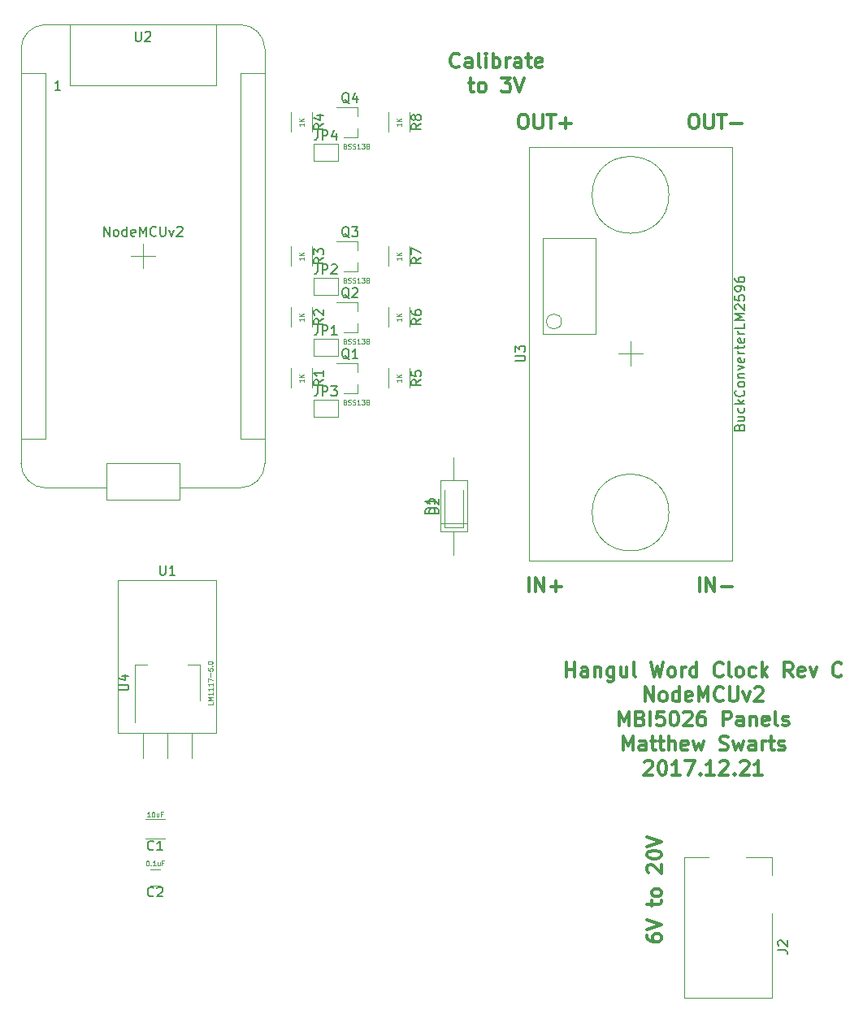
<source format=gto>
G04 #@! TF.FileFunction,Legend,Top*
%FSLAX46Y46*%
G04 Gerber Fmt 4.6, Leading zero omitted, Abs format (unit mm)*
G04 Created by KiCad (PCBNEW 4.0.4-stable) date 12/21/17 08:36:57*
%MOMM*%
%LPD*%
G01*
G04 APERTURE LIST*
%ADD10C,0.250000*%
%ADD11C,0.300000*%
%ADD12C,0.100000*%
%ADD13C,0.120000*%
%ADD14C,0.150000*%
G04 APERTURE END LIST*
D10*
D11*
X130494286Y-132738571D02*
X130494286Y-131238571D01*
X130494286Y-131952857D02*
X131351429Y-131952857D01*
X131351429Y-132738571D02*
X131351429Y-131238571D01*
X132708572Y-132738571D02*
X132708572Y-131952857D01*
X132637143Y-131810000D01*
X132494286Y-131738571D01*
X132208572Y-131738571D01*
X132065715Y-131810000D01*
X132708572Y-132667143D02*
X132565715Y-132738571D01*
X132208572Y-132738571D01*
X132065715Y-132667143D01*
X131994286Y-132524286D01*
X131994286Y-132381429D01*
X132065715Y-132238571D01*
X132208572Y-132167143D01*
X132565715Y-132167143D01*
X132708572Y-132095714D01*
X133422858Y-131738571D02*
X133422858Y-132738571D01*
X133422858Y-131881429D02*
X133494286Y-131810000D01*
X133637144Y-131738571D01*
X133851429Y-131738571D01*
X133994286Y-131810000D01*
X134065715Y-131952857D01*
X134065715Y-132738571D01*
X135422858Y-131738571D02*
X135422858Y-132952857D01*
X135351429Y-133095714D01*
X135280001Y-133167143D01*
X135137144Y-133238571D01*
X134922858Y-133238571D01*
X134780001Y-133167143D01*
X135422858Y-132667143D02*
X135280001Y-132738571D01*
X134994287Y-132738571D01*
X134851429Y-132667143D01*
X134780001Y-132595714D01*
X134708572Y-132452857D01*
X134708572Y-132024286D01*
X134780001Y-131881429D01*
X134851429Y-131810000D01*
X134994287Y-131738571D01*
X135280001Y-131738571D01*
X135422858Y-131810000D01*
X136780001Y-131738571D02*
X136780001Y-132738571D01*
X136137144Y-131738571D02*
X136137144Y-132524286D01*
X136208572Y-132667143D01*
X136351430Y-132738571D01*
X136565715Y-132738571D01*
X136708572Y-132667143D01*
X136780001Y-132595714D01*
X137708573Y-132738571D02*
X137565715Y-132667143D01*
X137494287Y-132524286D01*
X137494287Y-131238571D01*
X139280001Y-131238571D02*
X139637144Y-132738571D01*
X139922858Y-131667143D01*
X140208572Y-132738571D01*
X140565715Y-131238571D01*
X141351430Y-132738571D02*
X141208572Y-132667143D01*
X141137144Y-132595714D01*
X141065715Y-132452857D01*
X141065715Y-132024286D01*
X141137144Y-131881429D01*
X141208572Y-131810000D01*
X141351430Y-131738571D01*
X141565715Y-131738571D01*
X141708572Y-131810000D01*
X141780001Y-131881429D01*
X141851430Y-132024286D01*
X141851430Y-132452857D01*
X141780001Y-132595714D01*
X141708572Y-132667143D01*
X141565715Y-132738571D01*
X141351430Y-132738571D01*
X142494287Y-132738571D02*
X142494287Y-131738571D01*
X142494287Y-132024286D02*
X142565715Y-131881429D01*
X142637144Y-131810000D01*
X142780001Y-131738571D01*
X142922858Y-131738571D01*
X144065715Y-132738571D02*
X144065715Y-131238571D01*
X144065715Y-132667143D02*
X143922858Y-132738571D01*
X143637144Y-132738571D01*
X143494286Y-132667143D01*
X143422858Y-132595714D01*
X143351429Y-132452857D01*
X143351429Y-132024286D01*
X143422858Y-131881429D01*
X143494286Y-131810000D01*
X143637144Y-131738571D01*
X143922858Y-131738571D01*
X144065715Y-131810000D01*
X146780001Y-132595714D02*
X146708572Y-132667143D01*
X146494286Y-132738571D01*
X146351429Y-132738571D01*
X146137144Y-132667143D01*
X145994286Y-132524286D01*
X145922858Y-132381429D01*
X145851429Y-132095714D01*
X145851429Y-131881429D01*
X145922858Y-131595714D01*
X145994286Y-131452857D01*
X146137144Y-131310000D01*
X146351429Y-131238571D01*
X146494286Y-131238571D01*
X146708572Y-131310000D01*
X146780001Y-131381429D01*
X147637144Y-132738571D02*
X147494286Y-132667143D01*
X147422858Y-132524286D01*
X147422858Y-131238571D01*
X148422858Y-132738571D02*
X148280000Y-132667143D01*
X148208572Y-132595714D01*
X148137143Y-132452857D01*
X148137143Y-132024286D01*
X148208572Y-131881429D01*
X148280000Y-131810000D01*
X148422858Y-131738571D01*
X148637143Y-131738571D01*
X148780000Y-131810000D01*
X148851429Y-131881429D01*
X148922858Y-132024286D01*
X148922858Y-132452857D01*
X148851429Y-132595714D01*
X148780000Y-132667143D01*
X148637143Y-132738571D01*
X148422858Y-132738571D01*
X150208572Y-132667143D02*
X150065715Y-132738571D01*
X149780001Y-132738571D01*
X149637143Y-132667143D01*
X149565715Y-132595714D01*
X149494286Y-132452857D01*
X149494286Y-132024286D01*
X149565715Y-131881429D01*
X149637143Y-131810000D01*
X149780001Y-131738571D01*
X150065715Y-131738571D01*
X150208572Y-131810000D01*
X150851429Y-132738571D02*
X150851429Y-131238571D01*
X150994286Y-132167143D02*
X151422857Y-132738571D01*
X151422857Y-131738571D02*
X150851429Y-132310000D01*
X154065715Y-132738571D02*
X153565715Y-132024286D01*
X153208572Y-132738571D02*
X153208572Y-131238571D01*
X153780000Y-131238571D01*
X153922858Y-131310000D01*
X153994286Y-131381429D01*
X154065715Y-131524286D01*
X154065715Y-131738571D01*
X153994286Y-131881429D01*
X153922858Y-131952857D01*
X153780000Y-132024286D01*
X153208572Y-132024286D01*
X155280000Y-132667143D02*
X155137143Y-132738571D01*
X154851429Y-132738571D01*
X154708572Y-132667143D01*
X154637143Y-132524286D01*
X154637143Y-131952857D01*
X154708572Y-131810000D01*
X154851429Y-131738571D01*
X155137143Y-131738571D01*
X155280000Y-131810000D01*
X155351429Y-131952857D01*
X155351429Y-132095714D01*
X154637143Y-132238571D01*
X155851429Y-131738571D02*
X156208572Y-132738571D01*
X156565714Y-131738571D01*
X159137143Y-132595714D02*
X159065714Y-132667143D01*
X158851428Y-132738571D01*
X158708571Y-132738571D01*
X158494286Y-132667143D01*
X158351428Y-132524286D01*
X158280000Y-132381429D01*
X158208571Y-132095714D01*
X158208571Y-131881429D01*
X158280000Y-131595714D01*
X158351428Y-131452857D01*
X158494286Y-131310000D01*
X158708571Y-131238571D01*
X158851428Y-131238571D01*
X159065714Y-131310000D01*
X159137143Y-131381429D01*
X138672857Y-135288571D02*
X138672857Y-133788571D01*
X139530000Y-135288571D01*
X139530000Y-133788571D01*
X140458572Y-135288571D02*
X140315714Y-135217143D01*
X140244286Y-135145714D01*
X140172857Y-135002857D01*
X140172857Y-134574286D01*
X140244286Y-134431429D01*
X140315714Y-134360000D01*
X140458572Y-134288571D01*
X140672857Y-134288571D01*
X140815714Y-134360000D01*
X140887143Y-134431429D01*
X140958572Y-134574286D01*
X140958572Y-135002857D01*
X140887143Y-135145714D01*
X140815714Y-135217143D01*
X140672857Y-135288571D01*
X140458572Y-135288571D01*
X142244286Y-135288571D02*
X142244286Y-133788571D01*
X142244286Y-135217143D02*
X142101429Y-135288571D01*
X141815715Y-135288571D01*
X141672857Y-135217143D01*
X141601429Y-135145714D01*
X141530000Y-135002857D01*
X141530000Y-134574286D01*
X141601429Y-134431429D01*
X141672857Y-134360000D01*
X141815715Y-134288571D01*
X142101429Y-134288571D01*
X142244286Y-134360000D01*
X143530000Y-135217143D02*
X143387143Y-135288571D01*
X143101429Y-135288571D01*
X142958572Y-135217143D01*
X142887143Y-135074286D01*
X142887143Y-134502857D01*
X142958572Y-134360000D01*
X143101429Y-134288571D01*
X143387143Y-134288571D01*
X143530000Y-134360000D01*
X143601429Y-134502857D01*
X143601429Y-134645714D01*
X142887143Y-134788571D01*
X144244286Y-135288571D02*
X144244286Y-133788571D01*
X144744286Y-134860000D01*
X145244286Y-133788571D01*
X145244286Y-135288571D01*
X146815715Y-135145714D02*
X146744286Y-135217143D01*
X146530000Y-135288571D01*
X146387143Y-135288571D01*
X146172858Y-135217143D01*
X146030000Y-135074286D01*
X145958572Y-134931429D01*
X145887143Y-134645714D01*
X145887143Y-134431429D01*
X145958572Y-134145714D01*
X146030000Y-134002857D01*
X146172858Y-133860000D01*
X146387143Y-133788571D01*
X146530000Y-133788571D01*
X146744286Y-133860000D01*
X146815715Y-133931429D01*
X147458572Y-133788571D02*
X147458572Y-135002857D01*
X147530000Y-135145714D01*
X147601429Y-135217143D01*
X147744286Y-135288571D01*
X148030000Y-135288571D01*
X148172858Y-135217143D01*
X148244286Y-135145714D01*
X148315715Y-135002857D01*
X148315715Y-133788571D01*
X148887144Y-134288571D02*
X149244287Y-135288571D01*
X149601429Y-134288571D01*
X150101429Y-133931429D02*
X150172858Y-133860000D01*
X150315715Y-133788571D01*
X150672858Y-133788571D01*
X150815715Y-133860000D01*
X150887144Y-133931429D01*
X150958572Y-134074286D01*
X150958572Y-134217143D01*
X150887144Y-134431429D01*
X150030001Y-135288571D01*
X150958572Y-135288571D01*
X135994287Y-137838571D02*
X135994287Y-136338571D01*
X136494287Y-137410000D01*
X136994287Y-136338571D01*
X136994287Y-137838571D01*
X138208573Y-137052857D02*
X138422859Y-137124286D01*
X138494287Y-137195714D01*
X138565716Y-137338571D01*
X138565716Y-137552857D01*
X138494287Y-137695714D01*
X138422859Y-137767143D01*
X138280001Y-137838571D01*
X137708573Y-137838571D01*
X137708573Y-136338571D01*
X138208573Y-136338571D01*
X138351430Y-136410000D01*
X138422859Y-136481429D01*
X138494287Y-136624286D01*
X138494287Y-136767143D01*
X138422859Y-136910000D01*
X138351430Y-136981429D01*
X138208573Y-137052857D01*
X137708573Y-137052857D01*
X139208573Y-137838571D02*
X139208573Y-136338571D01*
X140637145Y-136338571D02*
X139922859Y-136338571D01*
X139851430Y-137052857D01*
X139922859Y-136981429D01*
X140065716Y-136910000D01*
X140422859Y-136910000D01*
X140565716Y-136981429D01*
X140637145Y-137052857D01*
X140708573Y-137195714D01*
X140708573Y-137552857D01*
X140637145Y-137695714D01*
X140565716Y-137767143D01*
X140422859Y-137838571D01*
X140065716Y-137838571D01*
X139922859Y-137767143D01*
X139851430Y-137695714D01*
X141637144Y-136338571D02*
X141780001Y-136338571D01*
X141922858Y-136410000D01*
X141994287Y-136481429D01*
X142065716Y-136624286D01*
X142137144Y-136910000D01*
X142137144Y-137267143D01*
X142065716Y-137552857D01*
X141994287Y-137695714D01*
X141922858Y-137767143D01*
X141780001Y-137838571D01*
X141637144Y-137838571D01*
X141494287Y-137767143D01*
X141422858Y-137695714D01*
X141351430Y-137552857D01*
X141280001Y-137267143D01*
X141280001Y-136910000D01*
X141351430Y-136624286D01*
X141422858Y-136481429D01*
X141494287Y-136410000D01*
X141637144Y-136338571D01*
X142708572Y-136481429D02*
X142780001Y-136410000D01*
X142922858Y-136338571D01*
X143280001Y-136338571D01*
X143422858Y-136410000D01*
X143494287Y-136481429D01*
X143565715Y-136624286D01*
X143565715Y-136767143D01*
X143494287Y-136981429D01*
X142637144Y-137838571D01*
X143565715Y-137838571D01*
X144851429Y-136338571D02*
X144565715Y-136338571D01*
X144422858Y-136410000D01*
X144351429Y-136481429D01*
X144208572Y-136695714D01*
X144137143Y-136981429D01*
X144137143Y-137552857D01*
X144208572Y-137695714D01*
X144280000Y-137767143D01*
X144422858Y-137838571D01*
X144708572Y-137838571D01*
X144851429Y-137767143D01*
X144922858Y-137695714D01*
X144994286Y-137552857D01*
X144994286Y-137195714D01*
X144922858Y-137052857D01*
X144851429Y-136981429D01*
X144708572Y-136910000D01*
X144422858Y-136910000D01*
X144280000Y-136981429D01*
X144208572Y-137052857D01*
X144137143Y-137195714D01*
X146780000Y-137838571D02*
X146780000Y-136338571D01*
X147351428Y-136338571D01*
X147494286Y-136410000D01*
X147565714Y-136481429D01*
X147637143Y-136624286D01*
X147637143Y-136838571D01*
X147565714Y-136981429D01*
X147494286Y-137052857D01*
X147351428Y-137124286D01*
X146780000Y-137124286D01*
X148922857Y-137838571D02*
X148922857Y-137052857D01*
X148851428Y-136910000D01*
X148708571Y-136838571D01*
X148422857Y-136838571D01*
X148280000Y-136910000D01*
X148922857Y-137767143D02*
X148780000Y-137838571D01*
X148422857Y-137838571D01*
X148280000Y-137767143D01*
X148208571Y-137624286D01*
X148208571Y-137481429D01*
X148280000Y-137338571D01*
X148422857Y-137267143D01*
X148780000Y-137267143D01*
X148922857Y-137195714D01*
X149637143Y-136838571D02*
X149637143Y-137838571D01*
X149637143Y-136981429D02*
X149708571Y-136910000D01*
X149851429Y-136838571D01*
X150065714Y-136838571D01*
X150208571Y-136910000D01*
X150280000Y-137052857D01*
X150280000Y-137838571D01*
X151565714Y-137767143D02*
X151422857Y-137838571D01*
X151137143Y-137838571D01*
X150994286Y-137767143D01*
X150922857Y-137624286D01*
X150922857Y-137052857D01*
X150994286Y-136910000D01*
X151137143Y-136838571D01*
X151422857Y-136838571D01*
X151565714Y-136910000D01*
X151637143Y-137052857D01*
X151637143Y-137195714D01*
X150922857Y-137338571D01*
X152494286Y-137838571D02*
X152351428Y-137767143D01*
X152280000Y-137624286D01*
X152280000Y-136338571D01*
X152994285Y-137767143D02*
X153137142Y-137838571D01*
X153422857Y-137838571D01*
X153565714Y-137767143D01*
X153637142Y-137624286D01*
X153637142Y-137552857D01*
X153565714Y-137410000D01*
X153422857Y-137338571D01*
X153208571Y-137338571D01*
X153065714Y-137267143D01*
X152994285Y-137124286D01*
X152994285Y-137052857D01*
X153065714Y-136910000D01*
X153208571Y-136838571D01*
X153422857Y-136838571D01*
X153565714Y-136910000D01*
X136387143Y-140388571D02*
X136387143Y-138888571D01*
X136887143Y-139960000D01*
X137387143Y-138888571D01*
X137387143Y-140388571D01*
X138744286Y-140388571D02*
X138744286Y-139602857D01*
X138672857Y-139460000D01*
X138530000Y-139388571D01*
X138244286Y-139388571D01*
X138101429Y-139460000D01*
X138744286Y-140317143D02*
X138601429Y-140388571D01*
X138244286Y-140388571D01*
X138101429Y-140317143D01*
X138030000Y-140174286D01*
X138030000Y-140031429D01*
X138101429Y-139888571D01*
X138244286Y-139817143D01*
X138601429Y-139817143D01*
X138744286Y-139745714D01*
X139244286Y-139388571D02*
X139815715Y-139388571D01*
X139458572Y-138888571D02*
X139458572Y-140174286D01*
X139530000Y-140317143D01*
X139672858Y-140388571D01*
X139815715Y-140388571D01*
X140101429Y-139388571D02*
X140672858Y-139388571D01*
X140315715Y-138888571D02*
X140315715Y-140174286D01*
X140387143Y-140317143D01*
X140530001Y-140388571D01*
X140672858Y-140388571D01*
X141172858Y-140388571D02*
X141172858Y-138888571D01*
X141815715Y-140388571D02*
X141815715Y-139602857D01*
X141744286Y-139460000D01*
X141601429Y-139388571D01*
X141387144Y-139388571D01*
X141244286Y-139460000D01*
X141172858Y-139531429D01*
X143101429Y-140317143D02*
X142958572Y-140388571D01*
X142672858Y-140388571D01*
X142530001Y-140317143D01*
X142458572Y-140174286D01*
X142458572Y-139602857D01*
X142530001Y-139460000D01*
X142672858Y-139388571D01*
X142958572Y-139388571D01*
X143101429Y-139460000D01*
X143172858Y-139602857D01*
X143172858Y-139745714D01*
X142458572Y-139888571D01*
X143672858Y-139388571D02*
X143958572Y-140388571D01*
X144244286Y-139674286D01*
X144530001Y-140388571D01*
X144815715Y-139388571D01*
X146458572Y-140317143D02*
X146672858Y-140388571D01*
X147030001Y-140388571D01*
X147172858Y-140317143D01*
X147244287Y-140245714D01*
X147315715Y-140102857D01*
X147315715Y-139960000D01*
X147244287Y-139817143D01*
X147172858Y-139745714D01*
X147030001Y-139674286D01*
X146744287Y-139602857D01*
X146601429Y-139531429D01*
X146530001Y-139460000D01*
X146458572Y-139317143D01*
X146458572Y-139174286D01*
X146530001Y-139031429D01*
X146601429Y-138960000D01*
X146744287Y-138888571D01*
X147101429Y-138888571D01*
X147315715Y-138960000D01*
X147815715Y-139388571D02*
X148101429Y-140388571D01*
X148387143Y-139674286D01*
X148672858Y-140388571D01*
X148958572Y-139388571D01*
X150172858Y-140388571D02*
X150172858Y-139602857D01*
X150101429Y-139460000D01*
X149958572Y-139388571D01*
X149672858Y-139388571D01*
X149530001Y-139460000D01*
X150172858Y-140317143D02*
X150030001Y-140388571D01*
X149672858Y-140388571D01*
X149530001Y-140317143D01*
X149458572Y-140174286D01*
X149458572Y-140031429D01*
X149530001Y-139888571D01*
X149672858Y-139817143D01*
X150030001Y-139817143D01*
X150172858Y-139745714D01*
X150887144Y-140388571D02*
X150887144Y-139388571D01*
X150887144Y-139674286D02*
X150958572Y-139531429D01*
X151030001Y-139460000D01*
X151172858Y-139388571D01*
X151315715Y-139388571D01*
X151601429Y-139388571D02*
X152172858Y-139388571D01*
X151815715Y-138888571D02*
X151815715Y-140174286D01*
X151887143Y-140317143D01*
X152030001Y-140388571D01*
X152172858Y-140388571D01*
X152601429Y-140317143D02*
X152744286Y-140388571D01*
X153030001Y-140388571D01*
X153172858Y-140317143D01*
X153244286Y-140174286D01*
X153244286Y-140102857D01*
X153172858Y-139960000D01*
X153030001Y-139888571D01*
X152815715Y-139888571D01*
X152672858Y-139817143D01*
X152601429Y-139674286D01*
X152601429Y-139602857D01*
X152672858Y-139460000D01*
X152815715Y-139388571D01*
X153030001Y-139388571D01*
X153172858Y-139460000D01*
X138637144Y-141581429D02*
X138708573Y-141510000D01*
X138851430Y-141438571D01*
X139208573Y-141438571D01*
X139351430Y-141510000D01*
X139422859Y-141581429D01*
X139494287Y-141724286D01*
X139494287Y-141867143D01*
X139422859Y-142081429D01*
X138565716Y-142938571D01*
X139494287Y-142938571D01*
X140422858Y-141438571D02*
X140565715Y-141438571D01*
X140708572Y-141510000D01*
X140780001Y-141581429D01*
X140851430Y-141724286D01*
X140922858Y-142010000D01*
X140922858Y-142367143D01*
X140851430Y-142652857D01*
X140780001Y-142795714D01*
X140708572Y-142867143D01*
X140565715Y-142938571D01*
X140422858Y-142938571D01*
X140280001Y-142867143D01*
X140208572Y-142795714D01*
X140137144Y-142652857D01*
X140065715Y-142367143D01*
X140065715Y-142010000D01*
X140137144Y-141724286D01*
X140208572Y-141581429D01*
X140280001Y-141510000D01*
X140422858Y-141438571D01*
X142351429Y-142938571D02*
X141494286Y-142938571D01*
X141922858Y-142938571D02*
X141922858Y-141438571D01*
X141780001Y-141652857D01*
X141637143Y-141795714D01*
X141494286Y-141867143D01*
X142851429Y-141438571D02*
X143851429Y-141438571D01*
X143208572Y-142938571D01*
X144422857Y-142795714D02*
X144494285Y-142867143D01*
X144422857Y-142938571D01*
X144351428Y-142867143D01*
X144422857Y-142795714D01*
X144422857Y-142938571D01*
X145922857Y-142938571D02*
X145065714Y-142938571D01*
X145494286Y-142938571D02*
X145494286Y-141438571D01*
X145351429Y-141652857D01*
X145208571Y-141795714D01*
X145065714Y-141867143D01*
X146494285Y-141581429D02*
X146565714Y-141510000D01*
X146708571Y-141438571D01*
X147065714Y-141438571D01*
X147208571Y-141510000D01*
X147280000Y-141581429D01*
X147351428Y-141724286D01*
X147351428Y-141867143D01*
X147280000Y-142081429D01*
X146422857Y-142938571D01*
X147351428Y-142938571D01*
X147994285Y-142795714D02*
X148065713Y-142867143D01*
X147994285Y-142938571D01*
X147922856Y-142867143D01*
X147994285Y-142795714D01*
X147994285Y-142938571D01*
X148637142Y-141581429D02*
X148708571Y-141510000D01*
X148851428Y-141438571D01*
X149208571Y-141438571D01*
X149351428Y-141510000D01*
X149422857Y-141581429D01*
X149494285Y-141724286D01*
X149494285Y-141867143D01*
X149422857Y-142081429D01*
X148565714Y-142938571D01*
X149494285Y-142938571D01*
X150922856Y-142938571D02*
X150065713Y-142938571D01*
X150494285Y-142938571D02*
X150494285Y-141438571D01*
X150351428Y-141652857D01*
X150208570Y-141795714D01*
X150065713Y-141867143D01*
X119332858Y-69110714D02*
X119261429Y-69182143D01*
X119047143Y-69253571D01*
X118904286Y-69253571D01*
X118690001Y-69182143D01*
X118547143Y-69039286D01*
X118475715Y-68896429D01*
X118404286Y-68610714D01*
X118404286Y-68396429D01*
X118475715Y-68110714D01*
X118547143Y-67967857D01*
X118690001Y-67825000D01*
X118904286Y-67753571D01*
X119047143Y-67753571D01*
X119261429Y-67825000D01*
X119332858Y-67896429D01*
X120618572Y-69253571D02*
X120618572Y-68467857D01*
X120547143Y-68325000D01*
X120404286Y-68253571D01*
X120118572Y-68253571D01*
X119975715Y-68325000D01*
X120618572Y-69182143D02*
X120475715Y-69253571D01*
X120118572Y-69253571D01*
X119975715Y-69182143D01*
X119904286Y-69039286D01*
X119904286Y-68896429D01*
X119975715Y-68753571D01*
X120118572Y-68682143D01*
X120475715Y-68682143D01*
X120618572Y-68610714D01*
X121547144Y-69253571D02*
X121404286Y-69182143D01*
X121332858Y-69039286D01*
X121332858Y-67753571D01*
X122118572Y-69253571D02*
X122118572Y-68253571D01*
X122118572Y-67753571D02*
X122047143Y-67825000D01*
X122118572Y-67896429D01*
X122190000Y-67825000D01*
X122118572Y-67753571D01*
X122118572Y-67896429D01*
X122832858Y-69253571D02*
X122832858Y-67753571D01*
X122832858Y-68325000D02*
X122975715Y-68253571D01*
X123261429Y-68253571D01*
X123404286Y-68325000D01*
X123475715Y-68396429D01*
X123547144Y-68539286D01*
X123547144Y-68967857D01*
X123475715Y-69110714D01*
X123404286Y-69182143D01*
X123261429Y-69253571D01*
X122975715Y-69253571D01*
X122832858Y-69182143D01*
X124190001Y-69253571D02*
X124190001Y-68253571D01*
X124190001Y-68539286D02*
X124261429Y-68396429D01*
X124332858Y-68325000D01*
X124475715Y-68253571D01*
X124618572Y-68253571D01*
X125761429Y-69253571D02*
X125761429Y-68467857D01*
X125690000Y-68325000D01*
X125547143Y-68253571D01*
X125261429Y-68253571D01*
X125118572Y-68325000D01*
X125761429Y-69182143D02*
X125618572Y-69253571D01*
X125261429Y-69253571D01*
X125118572Y-69182143D01*
X125047143Y-69039286D01*
X125047143Y-68896429D01*
X125118572Y-68753571D01*
X125261429Y-68682143D01*
X125618572Y-68682143D01*
X125761429Y-68610714D01*
X126261429Y-68253571D02*
X126832858Y-68253571D01*
X126475715Y-67753571D02*
X126475715Y-69039286D01*
X126547143Y-69182143D01*
X126690001Y-69253571D01*
X126832858Y-69253571D01*
X127904286Y-69182143D02*
X127761429Y-69253571D01*
X127475715Y-69253571D01*
X127332858Y-69182143D01*
X127261429Y-69039286D01*
X127261429Y-68467857D01*
X127332858Y-68325000D01*
X127475715Y-68253571D01*
X127761429Y-68253571D01*
X127904286Y-68325000D01*
X127975715Y-68467857D01*
X127975715Y-68610714D01*
X127261429Y-68753571D01*
X120297143Y-70803571D02*
X120868572Y-70803571D01*
X120511429Y-70303571D02*
X120511429Y-71589286D01*
X120582857Y-71732143D01*
X120725715Y-71803571D01*
X120868572Y-71803571D01*
X121582858Y-71803571D02*
X121440000Y-71732143D01*
X121368572Y-71660714D01*
X121297143Y-71517857D01*
X121297143Y-71089286D01*
X121368572Y-70946429D01*
X121440000Y-70875000D01*
X121582858Y-70803571D01*
X121797143Y-70803571D01*
X121940000Y-70875000D01*
X122011429Y-70946429D01*
X122082858Y-71089286D01*
X122082858Y-71517857D01*
X122011429Y-71660714D01*
X121940000Y-71732143D01*
X121797143Y-71803571D01*
X121582858Y-71803571D01*
X123725715Y-70303571D02*
X124654286Y-70303571D01*
X124154286Y-70875000D01*
X124368572Y-70875000D01*
X124511429Y-70946429D01*
X124582858Y-71017857D01*
X124654286Y-71160714D01*
X124654286Y-71517857D01*
X124582858Y-71660714D01*
X124511429Y-71732143D01*
X124368572Y-71803571D01*
X123940000Y-71803571D01*
X123797143Y-71732143D01*
X123725715Y-71660714D01*
X125082857Y-70303571D02*
X125582857Y-71803571D01*
X126082857Y-70303571D01*
X125841428Y-74108571D02*
X126127142Y-74108571D01*
X126270000Y-74180000D01*
X126412857Y-74322857D01*
X126484285Y-74608571D01*
X126484285Y-75108571D01*
X126412857Y-75394286D01*
X126270000Y-75537143D01*
X126127142Y-75608571D01*
X125841428Y-75608571D01*
X125698571Y-75537143D01*
X125555714Y-75394286D01*
X125484285Y-75108571D01*
X125484285Y-74608571D01*
X125555714Y-74322857D01*
X125698571Y-74180000D01*
X125841428Y-74108571D01*
X127127143Y-74108571D02*
X127127143Y-75322857D01*
X127198571Y-75465714D01*
X127270000Y-75537143D01*
X127412857Y-75608571D01*
X127698571Y-75608571D01*
X127841429Y-75537143D01*
X127912857Y-75465714D01*
X127984286Y-75322857D01*
X127984286Y-74108571D01*
X128484286Y-74108571D02*
X129341429Y-74108571D01*
X128912858Y-75608571D02*
X128912858Y-74108571D01*
X129841429Y-75037143D02*
X130984286Y-75037143D01*
X130412857Y-75608571D02*
X130412857Y-74465714D01*
X143621428Y-74108571D02*
X143907142Y-74108571D01*
X144050000Y-74180000D01*
X144192857Y-74322857D01*
X144264285Y-74608571D01*
X144264285Y-75108571D01*
X144192857Y-75394286D01*
X144050000Y-75537143D01*
X143907142Y-75608571D01*
X143621428Y-75608571D01*
X143478571Y-75537143D01*
X143335714Y-75394286D01*
X143264285Y-75108571D01*
X143264285Y-74608571D01*
X143335714Y-74322857D01*
X143478571Y-74180000D01*
X143621428Y-74108571D01*
X144907143Y-74108571D02*
X144907143Y-75322857D01*
X144978571Y-75465714D01*
X145050000Y-75537143D01*
X145192857Y-75608571D01*
X145478571Y-75608571D01*
X145621429Y-75537143D01*
X145692857Y-75465714D01*
X145764286Y-75322857D01*
X145764286Y-74108571D01*
X146264286Y-74108571D02*
X147121429Y-74108571D01*
X146692858Y-75608571D02*
X146692858Y-74108571D01*
X147621429Y-75037143D02*
X148764286Y-75037143D01*
X144335714Y-123868571D02*
X144335714Y-122368571D01*
X145050000Y-123868571D02*
X145050000Y-122368571D01*
X145907143Y-123868571D01*
X145907143Y-122368571D01*
X146621429Y-123297143D02*
X147764286Y-123297143D01*
X126555714Y-123868571D02*
X126555714Y-122368571D01*
X127270000Y-123868571D02*
X127270000Y-122368571D01*
X128127143Y-123868571D01*
X128127143Y-122368571D01*
X128841429Y-123297143D02*
X129984286Y-123297143D01*
X129412857Y-123868571D02*
X129412857Y-122725714D01*
X138878571Y-159618570D02*
X138878571Y-159904284D01*
X138950000Y-160047141D01*
X139021429Y-160118570D01*
X139235714Y-160261427D01*
X139521429Y-160332856D01*
X140092857Y-160332856D01*
X140235714Y-160261427D01*
X140307143Y-160189999D01*
X140378571Y-160047141D01*
X140378571Y-159761427D01*
X140307143Y-159618570D01*
X140235714Y-159547141D01*
X140092857Y-159475713D01*
X139735714Y-159475713D01*
X139592857Y-159547141D01*
X139521429Y-159618570D01*
X139450000Y-159761427D01*
X139450000Y-160047141D01*
X139521429Y-160189999D01*
X139592857Y-160261427D01*
X139735714Y-160332856D01*
X138878571Y-159047142D02*
X140378571Y-158547142D01*
X138878571Y-158047142D01*
X139378571Y-156618571D02*
X139378571Y-156047142D01*
X138878571Y-156404285D02*
X140164286Y-156404285D01*
X140307143Y-156332857D01*
X140378571Y-156189999D01*
X140378571Y-156047142D01*
X140378571Y-155332856D02*
X140307143Y-155475714D01*
X140235714Y-155547142D01*
X140092857Y-155618571D01*
X139664286Y-155618571D01*
X139521429Y-155547142D01*
X139450000Y-155475714D01*
X139378571Y-155332856D01*
X139378571Y-155118571D01*
X139450000Y-154975714D01*
X139521429Y-154904285D01*
X139664286Y-154832856D01*
X140092857Y-154832856D01*
X140235714Y-154904285D01*
X140307143Y-154975714D01*
X140378571Y-155118571D01*
X140378571Y-155332856D01*
X139021429Y-153118571D02*
X138950000Y-153047142D01*
X138878571Y-152904285D01*
X138878571Y-152547142D01*
X138950000Y-152404285D01*
X139021429Y-152332856D01*
X139164286Y-152261428D01*
X139307143Y-152261428D01*
X139521429Y-152332856D01*
X140378571Y-153189999D01*
X140378571Y-152261428D01*
X138878571Y-151332857D02*
X138878571Y-151190000D01*
X138950000Y-151047143D01*
X139021429Y-150975714D01*
X139164286Y-150904285D01*
X139450000Y-150832857D01*
X139807143Y-150832857D01*
X140092857Y-150904285D01*
X140235714Y-150975714D01*
X140307143Y-151047143D01*
X140378571Y-151190000D01*
X140378571Y-151332857D01*
X140307143Y-151475714D01*
X140235714Y-151547143D01*
X140092857Y-151618571D01*
X139807143Y-151690000D01*
X139450000Y-151690000D01*
X139164286Y-151618571D01*
X139021429Y-151547143D01*
X138950000Y-151475714D01*
X138878571Y-151332857D01*
X138878571Y-150404286D02*
X140378571Y-149904286D01*
X138878571Y-149404286D01*
D12*
X137160000Y-100330000D02*
X137160000Y-97790000D01*
X135890000Y-99060000D02*
X138430000Y-99060000D01*
X129975214Y-95704548D02*
G75*
G03X129975214Y-95704548I-782895J0D01*
G01*
X126610000Y-77510000D02*
X147710000Y-77510000D01*
X147710000Y-77510000D02*
X147710000Y-120610000D01*
X147710000Y-120610000D02*
X126610000Y-120610000D01*
X126610000Y-120610000D02*
X126610000Y-77510000D01*
X141160000Y-115610000D02*
G75*
G03X141160000Y-115610000I-4000000J0D01*
G01*
X141160000Y-82510000D02*
G75*
G03X141160000Y-82510000I-4000000J0D01*
G01*
X128059951Y-96970898D02*
X133559951Y-96970898D01*
X133559951Y-96970898D02*
X133559951Y-86970898D01*
X133559951Y-86970898D02*
X128059951Y-86970898D01*
X128059951Y-86970898D02*
X128059951Y-96970898D01*
X85090000Y-88900000D02*
X87630000Y-88900000D01*
X86360000Y-87630000D02*
X86360000Y-90170000D01*
X78740000Y-64770000D02*
X78740000Y-71120000D01*
X78740000Y-71120000D02*
X93980000Y-71120000D01*
X93980000Y-71120000D02*
X93980000Y-64770000D01*
X90170000Y-113030000D02*
X96520000Y-113030000D01*
X76200000Y-113030000D02*
X82550000Y-113030000D01*
X82550000Y-110490000D02*
X82550000Y-114300000D01*
X82550000Y-114300000D02*
X90170000Y-114300000D01*
X90170000Y-114300000D02*
X90170000Y-110490000D01*
X90170000Y-110490000D02*
X82550000Y-110490000D01*
X99060000Y-69850000D02*
X96520000Y-69850000D01*
X96520000Y-69850000D02*
X96520000Y-107950000D01*
X96520000Y-107950000D02*
X99060000Y-107950000D01*
X73660000Y-69850000D02*
X76200000Y-69850000D01*
X76200000Y-69850000D02*
X76200000Y-107950000D01*
X76200000Y-107950000D02*
X73660000Y-107950000D01*
X96520000Y-64770000D02*
X76200000Y-64770000D01*
X99060000Y-110490000D02*
X99060000Y-67310000D01*
X73660000Y-67310000D02*
X73660000Y-110490000D01*
X99060000Y-67310000D02*
G75*
G03X96520000Y-64770000I-2540000J0D01*
G01*
X76200000Y-64770000D02*
G75*
G03X73660000Y-67310000I0J-2540000D01*
G01*
X96520000Y-113030000D02*
G75*
G03X99060000Y-110490000I0J2540000D01*
G01*
X73660000Y-110490000D02*
G75*
G03X76200000Y-113030000I2540000J0D01*
G01*
D13*
X86630000Y-149610000D02*
X88630000Y-149610000D01*
X88630000Y-147570000D02*
X86630000Y-147570000D01*
X87130000Y-154520000D02*
X88130000Y-154520000D01*
X88130000Y-152820000D02*
X87130000Y-152820000D01*
X117335000Y-117595000D02*
X120155000Y-117595000D01*
X120155000Y-117595000D02*
X120155000Y-112275000D01*
X120155000Y-112275000D02*
X117335000Y-112275000D01*
X117335000Y-112275000D02*
X117335000Y-117595000D01*
X118745000Y-120005000D02*
X118745000Y-117595000D01*
X118745000Y-109865000D02*
X118745000Y-112275000D01*
X117335000Y-116755000D02*
X120155000Y-116755000D01*
X108710000Y-103180000D02*
X108710000Y-102250000D01*
X108710000Y-100020000D02*
X108710000Y-100950000D01*
X108710000Y-100020000D02*
X106550000Y-100020000D01*
X108710000Y-103180000D02*
X107250000Y-103180000D01*
X108710000Y-96830000D02*
X108710000Y-95900000D01*
X108710000Y-93670000D02*
X108710000Y-94600000D01*
X108710000Y-93670000D02*
X106550000Y-93670000D01*
X108710000Y-96830000D02*
X107250000Y-96830000D01*
X108710000Y-90480000D02*
X108710000Y-89550000D01*
X108710000Y-87320000D02*
X108710000Y-88250000D01*
X108710000Y-87320000D02*
X106550000Y-87320000D01*
X108710000Y-90480000D02*
X107250000Y-90480000D01*
X108710000Y-76510000D02*
X108710000Y-75580000D01*
X108710000Y-73350000D02*
X108710000Y-74280000D01*
X108710000Y-73350000D02*
X106550000Y-73350000D01*
X108710000Y-76510000D02*
X107250000Y-76510000D01*
X101800000Y-102600000D02*
X101800000Y-100600000D01*
X103940000Y-100600000D02*
X103940000Y-102600000D01*
X101800000Y-96250000D02*
X101800000Y-94250000D01*
X103940000Y-94250000D02*
X103940000Y-96250000D01*
X101800000Y-89900000D02*
X101800000Y-87900000D01*
X103940000Y-87900000D02*
X103940000Y-89900000D01*
X101800000Y-75930000D02*
X101800000Y-73930000D01*
X103940000Y-73930000D02*
X103940000Y-75930000D01*
X111960000Y-102600000D02*
X111960000Y-100600000D01*
X114100000Y-100600000D02*
X114100000Y-102600000D01*
X111960000Y-96250000D02*
X111960000Y-94250000D01*
X114100000Y-94250000D02*
X114100000Y-96250000D01*
X111960000Y-89900000D02*
X111960000Y-87900000D01*
X114100000Y-87900000D02*
X114100000Y-89900000D01*
X111960000Y-75930000D02*
X111960000Y-73930000D01*
X114100000Y-73930000D02*
X114100000Y-75930000D01*
X83780000Y-138550000D02*
X94020000Y-138550000D01*
X83780000Y-122660000D02*
X94020000Y-122660000D01*
X83780000Y-122660000D02*
X83780000Y-138550000D01*
X94020000Y-122660000D02*
X94020000Y-138550000D01*
X86360000Y-138550000D02*
X86360000Y-141190000D01*
X88900000Y-138550000D02*
X88900000Y-141174000D01*
X91440000Y-138550000D02*
X91440000Y-141174000D01*
X117745000Y-117185000D02*
X119745000Y-117185000D01*
X119745000Y-117185000D02*
X119745000Y-113285000D01*
X117745000Y-117185000D02*
X117745000Y-113285000D01*
X92310000Y-131440000D02*
X91050000Y-131440000D01*
X85490000Y-131440000D02*
X86750000Y-131440000D01*
X92310000Y-135200000D02*
X92310000Y-131440000D01*
X85490000Y-137450000D02*
X85490000Y-131440000D01*
X151920000Y-157400000D02*
X151920000Y-166200000D01*
X151920000Y-166200000D02*
X142720000Y-166200000D01*
X149220000Y-151500000D02*
X151920000Y-151500000D01*
X151920000Y-151500000D02*
X151920000Y-153400000D01*
X142720000Y-166200000D02*
X142720000Y-151500000D01*
X142720000Y-151500000D02*
X145320000Y-151500000D01*
X104140000Y-99315000D02*
X106680000Y-99315000D01*
X106680000Y-97535000D02*
X104140000Y-97535000D01*
X106680000Y-97535000D02*
X106680000Y-99315000D01*
X104140000Y-99315000D02*
X104140000Y-97535000D01*
X104140000Y-92965000D02*
X106680000Y-92965000D01*
X106680000Y-91185000D02*
X104140000Y-91185000D01*
X106680000Y-91185000D02*
X106680000Y-92965000D01*
X104140000Y-92965000D02*
X104140000Y-91185000D01*
X104140000Y-105665000D02*
X106680000Y-105665000D01*
X106680000Y-103885000D02*
X104140000Y-103885000D01*
X106680000Y-103885000D02*
X106680000Y-105665000D01*
X104140000Y-105665000D02*
X104140000Y-103885000D01*
X104140000Y-78995000D02*
X106680000Y-78995000D01*
X106680000Y-77215000D02*
X104140000Y-77215000D01*
X106680000Y-77215000D02*
X106680000Y-78995000D01*
X104140000Y-78995000D02*
X104140000Y-77215000D01*
D14*
X125182381Y-99821905D02*
X125991905Y-99821905D01*
X126087143Y-99774286D01*
X126134762Y-99726667D01*
X126182381Y-99631429D01*
X126182381Y-99440952D01*
X126134762Y-99345714D01*
X126087143Y-99298095D01*
X125991905Y-99250476D01*
X125182381Y-99250476D01*
X125182381Y-98869524D02*
X125182381Y-98250476D01*
X125563333Y-98583810D01*
X125563333Y-98440952D01*
X125610952Y-98345714D01*
X125658571Y-98298095D01*
X125753810Y-98250476D01*
X125991905Y-98250476D01*
X126087143Y-98298095D01*
X126134762Y-98345714D01*
X126182381Y-98440952D01*
X126182381Y-98726667D01*
X126134762Y-98821905D01*
X126087143Y-98869524D01*
X148518571Y-106702858D02*
X148566190Y-106560001D01*
X148613810Y-106512382D01*
X148709048Y-106464763D01*
X148851905Y-106464763D01*
X148947143Y-106512382D01*
X148994762Y-106560001D01*
X149042381Y-106655239D01*
X149042381Y-107036192D01*
X148042381Y-107036192D01*
X148042381Y-106702858D01*
X148090000Y-106607620D01*
X148137619Y-106560001D01*
X148232857Y-106512382D01*
X148328095Y-106512382D01*
X148423333Y-106560001D01*
X148470952Y-106607620D01*
X148518571Y-106702858D01*
X148518571Y-107036192D01*
X148375714Y-105607620D02*
X149042381Y-105607620D01*
X148375714Y-106036192D02*
X148899524Y-106036192D01*
X148994762Y-105988573D01*
X149042381Y-105893335D01*
X149042381Y-105750477D01*
X148994762Y-105655239D01*
X148947143Y-105607620D01*
X148994762Y-104702858D02*
X149042381Y-104798096D01*
X149042381Y-104988573D01*
X148994762Y-105083811D01*
X148947143Y-105131430D01*
X148851905Y-105179049D01*
X148566190Y-105179049D01*
X148470952Y-105131430D01*
X148423333Y-105083811D01*
X148375714Y-104988573D01*
X148375714Y-104798096D01*
X148423333Y-104702858D01*
X149042381Y-104274287D02*
X148042381Y-104274287D01*
X148661429Y-104179049D02*
X149042381Y-103893334D01*
X148375714Y-103893334D02*
X148756667Y-104274287D01*
X148947143Y-102893334D02*
X148994762Y-102940953D01*
X149042381Y-103083810D01*
X149042381Y-103179048D01*
X148994762Y-103321906D01*
X148899524Y-103417144D01*
X148804286Y-103464763D01*
X148613810Y-103512382D01*
X148470952Y-103512382D01*
X148280476Y-103464763D01*
X148185238Y-103417144D01*
X148090000Y-103321906D01*
X148042381Y-103179048D01*
X148042381Y-103083810D01*
X148090000Y-102940953D01*
X148137619Y-102893334D01*
X149042381Y-102321906D02*
X148994762Y-102417144D01*
X148947143Y-102464763D01*
X148851905Y-102512382D01*
X148566190Y-102512382D01*
X148470952Y-102464763D01*
X148423333Y-102417144D01*
X148375714Y-102321906D01*
X148375714Y-102179048D01*
X148423333Y-102083810D01*
X148470952Y-102036191D01*
X148566190Y-101988572D01*
X148851905Y-101988572D01*
X148947143Y-102036191D01*
X148994762Y-102083810D01*
X149042381Y-102179048D01*
X149042381Y-102321906D01*
X148375714Y-101560001D02*
X149042381Y-101560001D01*
X148470952Y-101560001D02*
X148423333Y-101512382D01*
X148375714Y-101417144D01*
X148375714Y-101274286D01*
X148423333Y-101179048D01*
X148518571Y-101131429D01*
X149042381Y-101131429D01*
X148375714Y-100750477D02*
X149042381Y-100512382D01*
X148375714Y-100274286D01*
X148994762Y-99512381D02*
X149042381Y-99607619D01*
X149042381Y-99798096D01*
X148994762Y-99893334D01*
X148899524Y-99940953D01*
X148518571Y-99940953D01*
X148423333Y-99893334D01*
X148375714Y-99798096D01*
X148375714Y-99607619D01*
X148423333Y-99512381D01*
X148518571Y-99464762D01*
X148613810Y-99464762D01*
X148709048Y-99940953D01*
X149042381Y-99036191D02*
X148375714Y-99036191D01*
X148566190Y-99036191D02*
X148470952Y-98988572D01*
X148423333Y-98940953D01*
X148375714Y-98845715D01*
X148375714Y-98750476D01*
X148375714Y-98560000D02*
X148375714Y-98179048D01*
X148042381Y-98417143D02*
X148899524Y-98417143D01*
X148994762Y-98369524D01*
X149042381Y-98274286D01*
X149042381Y-98179048D01*
X148994762Y-97464761D02*
X149042381Y-97559999D01*
X149042381Y-97750476D01*
X148994762Y-97845714D01*
X148899524Y-97893333D01*
X148518571Y-97893333D01*
X148423333Y-97845714D01*
X148375714Y-97750476D01*
X148375714Y-97559999D01*
X148423333Y-97464761D01*
X148518571Y-97417142D01*
X148613810Y-97417142D01*
X148709048Y-97893333D01*
X149042381Y-96988571D02*
X148375714Y-96988571D01*
X148566190Y-96988571D02*
X148470952Y-96940952D01*
X148423333Y-96893333D01*
X148375714Y-96798095D01*
X148375714Y-96702856D01*
X149042381Y-95893332D02*
X149042381Y-96369523D01*
X148042381Y-96369523D01*
X149042381Y-95559999D02*
X148042381Y-95559999D01*
X148756667Y-95226665D01*
X148042381Y-94893332D01*
X149042381Y-94893332D01*
X148137619Y-94464761D02*
X148090000Y-94417142D01*
X148042381Y-94321904D01*
X148042381Y-94083808D01*
X148090000Y-93988570D01*
X148137619Y-93940951D01*
X148232857Y-93893332D01*
X148328095Y-93893332D01*
X148470952Y-93940951D01*
X149042381Y-94512380D01*
X149042381Y-93893332D01*
X148042381Y-92988570D02*
X148042381Y-93464761D01*
X148518571Y-93512380D01*
X148470952Y-93464761D01*
X148423333Y-93369523D01*
X148423333Y-93131427D01*
X148470952Y-93036189D01*
X148518571Y-92988570D01*
X148613810Y-92940951D01*
X148851905Y-92940951D01*
X148947143Y-92988570D01*
X148994762Y-93036189D01*
X149042381Y-93131427D01*
X149042381Y-93369523D01*
X148994762Y-93464761D01*
X148947143Y-93512380D01*
X149042381Y-92464761D02*
X149042381Y-92274285D01*
X148994762Y-92179046D01*
X148947143Y-92131427D01*
X148804286Y-92036189D01*
X148613810Y-91988570D01*
X148232857Y-91988570D01*
X148137619Y-92036189D01*
X148090000Y-92083808D01*
X148042381Y-92179046D01*
X148042381Y-92369523D01*
X148090000Y-92464761D01*
X148137619Y-92512380D01*
X148232857Y-92559999D01*
X148470952Y-92559999D01*
X148566190Y-92512380D01*
X148613810Y-92464761D01*
X148661429Y-92369523D01*
X148661429Y-92179046D01*
X148613810Y-92083808D01*
X148566190Y-92036189D01*
X148470952Y-91988570D01*
X148042381Y-91131427D02*
X148042381Y-91321904D01*
X148090000Y-91417142D01*
X148137619Y-91464761D01*
X148280476Y-91559999D01*
X148470952Y-91607618D01*
X148851905Y-91607618D01*
X148947143Y-91559999D01*
X148994762Y-91512380D01*
X149042381Y-91417142D01*
X149042381Y-91226665D01*
X148994762Y-91131427D01*
X148947143Y-91083808D01*
X148851905Y-91036189D01*
X148613810Y-91036189D01*
X148518571Y-91083808D01*
X148470952Y-91131427D01*
X148423333Y-91226665D01*
X148423333Y-91417142D01*
X148470952Y-91512380D01*
X148518571Y-91559999D01*
X148613810Y-91607618D01*
X85598095Y-65492381D02*
X85598095Y-66301905D01*
X85645714Y-66397143D01*
X85693333Y-66444762D01*
X85788571Y-66492381D01*
X85979048Y-66492381D01*
X86074286Y-66444762D01*
X86121905Y-66397143D01*
X86169524Y-66301905D01*
X86169524Y-65492381D01*
X86598095Y-65587619D02*
X86645714Y-65540000D01*
X86740952Y-65492381D01*
X86979048Y-65492381D01*
X87074286Y-65540000D01*
X87121905Y-65587619D01*
X87169524Y-65682857D01*
X87169524Y-65778095D01*
X87121905Y-65920952D01*
X86550476Y-66492381D01*
X87169524Y-66492381D01*
X82288571Y-86812381D02*
X82288571Y-85812381D01*
X82860000Y-86812381D01*
X82860000Y-85812381D01*
X83479047Y-86812381D02*
X83383809Y-86764762D01*
X83336190Y-86717143D01*
X83288571Y-86621905D01*
X83288571Y-86336190D01*
X83336190Y-86240952D01*
X83383809Y-86193333D01*
X83479047Y-86145714D01*
X83621905Y-86145714D01*
X83717143Y-86193333D01*
X83764762Y-86240952D01*
X83812381Y-86336190D01*
X83812381Y-86621905D01*
X83764762Y-86717143D01*
X83717143Y-86764762D01*
X83621905Y-86812381D01*
X83479047Y-86812381D01*
X84669524Y-86812381D02*
X84669524Y-85812381D01*
X84669524Y-86764762D02*
X84574286Y-86812381D01*
X84383809Y-86812381D01*
X84288571Y-86764762D01*
X84240952Y-86717143D01*
X84193333Y-86621905D01*
X84193333Y-86336190D01*
X84240952Y-86240952D01*
X84288571Y-86193333D01*
X84383809Y-86145714D01*
X84574286Y-86145714D01*
X84669524Y-86193333D01*
X85526667Y-86764762D02*
X85431429Y-86812381D01*
X85240952Y-86812381D01*
X85145714Y-86764762D01*
X85098095Y-86669524D01*
X85098095Y-86288571D01*
X85145714Y-86193333D01*
X85240952Y-86145714D01*
X85431429Y-86145714D01*
X85526667Y-86193333D01*
X85574286Y-86288571D01*
X85574286Y-86383810D01*
X85098095Y-86479048D01*
X86002857Y-86812381D02*
X86002857Y-85812381D01*
X86336191Y-86526667D01*
X86669524Y-85812381D01*
X86669524Y-86812381D01*
X87717143Y-86717143D02*
X87669524Y-86764762D01*
X87526667Y-86812381D01*
X87431429Y-86812381D01*
X87288571Y-86764762D01*
X87193333Y-86669524D01*
X87145714Y-86574286D01*
X87098095Y-86383810D01*
X87098095Y-86240952D01*
X87145714Y-86050476D01*
X87193333Y-85955238D01*
X87288571Y-85860000D01*
X87431429Y-85812381D01*
X87526667Y-85812381D01*
X87669524Y-85860000D01*
X87717143Y-85907619D01*
X88145714Y-85812381D02*
X88145714Y-86621905D01*
X88193333Y-86717143D01*
X88240952Y-86764762D01*
X88336190Y-86812381D01*
X88526667Y-86812381D01*
X88621905Y-86764762D01*
X88669524Y-86717143D01*
X88717143Y-86621905D01*
X88717143Y-85812381D01*
X89098095Y-86145714D02*
X89336190Y-86812381D01*
X89574286Y-86145714D01*
X89907619Y-85907619D02*
X89955238Y-85860000D01*
X90050476Y-85812381D01*
X90288572Y-85812381D01*
X90383810Y-85860000D01*
X90431429Y-85907619D01*
X90479048Y-86002857D01*
X90479048Y-86098095D01*
X90431429Y-86240952D01*
X89860000Y-86812381D01*
X90479048Y-86812381D01*
X77755715Y-71572381D02*
X77184286Y-71572381D01*
X77470000Y-71572381D02*
X77470000Y-70572381D01*
X77374762Y-70715238D01*
X77279524Y-70810476D01*
X77184286Y-70858095D01*
X87463334Y-150697143D02*
X87415715Y-150744762D01*
X87272858Y-150792381D01*
X87177620Y-150792381D01*
X87034762Y-150744762D01*
X86939524Y-150649524D01*
X86891905Y-150554286D01*
X86844286Y-150363810D01*
X86844286Y-150220952D01*
X86891905Y-150030476D01*
X86939524Y-149935238D01*
X87034762Y-149840000D01*
X87177620Y-149792381D01*
X87272858Y-149792381D01*
X87415715Y-149840000D01*
X87463334Y-149887619D01*
X88415715Y-150792381D02*
X87844286Y-150792381D01*
X88130000Y-150792381D02*
X88130000Y-149792381D01*
X88034762Y-149935238D01*
X87939524Y-150030476D01*
X87844286Y-150078095D01*
D12*
X87094286Y-147316190D02*
X86808572Y-147316190D01*
X86951429Y-147316190D02*
X86951429Y-146816190D01*
X86903810Y-146887619D01*
X86856191Y-146935238D01*
X86808572Y-146959048D01*
X87403810Y-146816190D02*
X87451429Y-146816190D01*
X87499048Y-146840000D01*
X87522857Y-146863810D01*
X87546667Y-146911429D01*
X87570476Y-147006667D01*
X87570476Y-147125714D01*
X87546667Y-147220952D01*
X87522857Y-147268571D01*
X87499048Y-147292381D01*
X87451429Y-147316190D01*
X87403810Y-147316190D01*
X87356191Y-147292381D01*
X87332381Y-147268571D01*
X87308572Y-147220952D01*
X87284762Y-147125714D01*
X87284762Y-147006667D01*
X87308572Y-146911429D01*
X87332381Y-146863810D01*
X87356191Y-146840000D01*
X87403810Y-146816190D01*
X87999047Y-146982857D02*
X87999047Y-147316190D01*
X87784762Y-146982857D02*
X87784762Y-147244762D01*
X87808571Y-147292381D01*
X87856190Y-147316190D01*
X87927619Y-147316190D01*
X87975238Y-147292381D01*
X87999047Y-147268571D01*
X88403809Y-147054286D02*
X88237143Y-147054286D01*
X88237143Y-147316190D02*
X88237143Y-146816190D01*
X88475238Y-146816190D01*
D14*
X87463334Y-155527143D02*
X87415715Y-155574762D01*
X87272858Y-155622381D01*
X87177620Y-155622381D01*
X87034762Y-155574762D01*
X86939524Y-155479524D01*
X86891905Y-155384286D01*
X86844286Y-155193810D01*
X86844286Y-155050952D01*
X86891905Y-154860476D01*
X86939524Y-154765238D01*
X87034762Y-154670000D01*
X87177620Y-154622381D01*
X87272858Y-154622381D01*
X87415715Y-154670000D01*
X87463334Y-154717619D01*
X87844286Y-154717619D02*
X87891905Y-154670000D01*
X87987143Y-154622381D01*
X88225239Y-154622381D01*
X88320477Y-154670000D01*
X88368096Y-154717619D01*
X88415715Y-154812857D01*
X88415715Y-154908095D01*
X88368096Y-155050952D01*
X87796667Y-155622381D01*
X88415715Y-155622381D01*
D12*
X86808573Y-151896190D02*
X86856192Y-151896190D01*
X86903811Y-151920000D01*
X86927620Y-151943810D01*
X86951430Y-151991429D01*
X86975239Y-152086667D01*
X86975239Y-152205714D01*
X86951430Y-152300952D01*
X86927620Y-152348571D01*
X86903811Y-152372381D01*
X86856192Y-152396190D01*
X86808573Y-152396190D01*
X86760954Y-152372381D01*
X86737144Y-152348571D01*
X86713335Y-152300952D01*
X86689525Y-152205714D01*
X86689525Y-152086667D01*
X86713335Y-151991429D01*
X86737144Y-151943810D01*
X86760954Y-151920000D01*
X86808573Y-151896190D01*
X87189525Y-152348571D02*
X87213334Y-152372381D01*
X87189525Y-152396190D01*
X87165715Y-152372381D01*
X87189525Y-152348571D01*
X87189525Y-152396190D01*
X87689524Y-152396190D02*
X87403810Y-152396190D01*
X87546667Y-152396190D02*
X87546667Y-151896190D01*
X87499048Y-151967619D01*
X87451429Y-152015238D01*
X87403810Y-152039048D01*
X88118095Y-152062857D02*
X88118095Y-152396190D01*
X87903810Y-152062857D02*
X87903810Y-152324762D01*
X87927619Y-152372381D01*
X87975238Y-152396190D01*
X88046667Y-152396190D01*
X88094286Y-152372381D01*
X88118095Y-152348571D01*
X88522857Y-152134286D02*
X88356191Y-152134286D01*
X88356191Y-152396190D02*
X88356191Y-151896190D01*
X88594286Y-151896190D01*
D14*
X116787381Y-115673095D02*
X115787381Y-115673095D01*
X115787381Y-115435000D01*
X115835000Y-115292142D01*
X115930238Y-115196904D01*
X116025476Y-115149285D01*
X116215952Y-115101666D01*
X116358810Y-115101666D01*
X116549286Y-115149285D01*
X116644524Y-115196904D01*
X116739762Y-115292142D01*
X116787381Y-115435000D01*
X116787381Y-115673095D01*
X116787381Y-114149285D02*
X116787381Y-114720714D01*
X116787381Y-114435000D02*
X115787381Y-114435000D01*
X115930238Y-114530238D01*
X116025476Y-114625476D01*
X116073095Y-114720714D01*
X107854762Y-99647619D02*
X107759524Y-99600000D01*
X107664286Y-99504762D01*
X107521429Y-99361905D01*
X107426190Y-99314286D01*
X107330952Y-99314286D01*
X107378571Y-99552381D02*
X107283333Y-99504762D01*
X107188095Y-99409524D01*
X107140476Y-99219048D01*
X107140476Y-98885714D01*
X107188095Y-98695238D01*
X107283333Y-98600000D01*
X107378571Y-98552381D01*
X107569048Y-98552381D01*
X107664286Y-98600000D01*
X107759524Y-98695238D01*
X107807143Y-98885714D01*
X107807143Y-99219048D01*
X107759524Y-99409524D01*
X107664286Y-99504762D01*
X107569048Y-99552381D01*
X107378571Y-99552381D01*
X108759524Y-99552381D02*
X108188095Y-99552381D01*
X108473809Y-99552381D02*
X108473809Y-98552381D01*
X108378571Y-98695238D01*
X108283333Y-98790476D01*
X108188095Y-98838095D01*
D12*
X107430239Y-104104286D02*
X107501668Y-104128095D01*
X107525477Y-104151905D01*
X107549287Y-104199524D01*
X107549287Y-104270952D01*
X107525477Y-104318571D01*
X107501668Y-104342381D01*
X107454049Y-104366190D01*
X107263573Y-104366190D01*
X107263573Y-103866190D01*
X107430239Y-103866190D01*
X107477858Y-103890000D01*
X107501668Y-103913810D01*
X107525477Y-103961429D01*
X107525477Y-104009048D01*
X107501668Y-104056667D01*
X107477858Y-104080476D01*
X107430239Y-104104286D01*
X107263573Y-104104286D01*
X107739763Y-104342381D02*
X107811192Y-104366190D01*
X107930239Y-104366190D01*
X107977858Y-104342381D01*
X108001668Y-104318571D01*
X108025477Y-104270952D01*
X108025477Y-104223333D01*
X108001668Y-104175714D01*
X107977858Y-104151905D01*
X107930239Y-104128095D01*
X107835001Y-104104286D01*
X107787382Y-104080476D01*
X107763573Y-104056667D01*
X107739763Y-104009048D01*
X107739763Y-103961429D01*
X107763573Y-103913810D01*
X107787382Y-103890000D01*
X107835001Y-103866190D01*
X107954049Y-103866190D01*
X108025477Y-103890000D01*
X108215953Y-104342381D02*
X108287382Y-104366190D01*
X108406429Y-104366190D01*
X108454048Y-104342381D01*
X108477858Y-104318571D01*
X108501667Y-104270952D01*
X108501667Y-104223333D01*
X108477858Y-104175714D01*
X108454048Y-104151905D01*
X108406429Y-104128095D01*
X108311191Y-104104286D01*
X108263572Y-104080476D01*
X108239763Y-104056667D01*
X108215953Y-104009048D01*
X108215953Y-103961429D01*
X108239763Y-103913810D01*
X108263572Y-103890000D01*
X108311191Y-103866190D01*
X108430239Y-103866190D01*
X108501667Y-103890000D01*
X108977857Y-104366190D02*
X108692143Y-104366190D01*
X108835000Y-104366190D02*
X108835000Y-103866190D01*
X108787381Y-103937619D01*
X108739762Y-103985238D01*
X108692143Y-104009048D01*
X109144524Y-103866190D02*
X109454047Y-103866190D01*
X109287381Y-104056667D01*
X109358809Y-104056667D01*
X109406428Y-104080476D01*
X109430238Y-104104286D01*
X109454047Y-104151905D01*
X109454047Y-104270952D01*
X109430238Y-104318571D01*
X109406428Y-104342381D01*
X109358809Y-104366190D01*
X109215952Y-104366190D01*
X109168333Y-104342381D01*
X109144524Y-104318571D01*
X109739761Y-104080476D02*
X109692142Y-104056667D01*
X109668333Y-104032857D01*
X109644523Y-103985238D01*
X109644523Y-103961429D01*
X109668333Y-103913810D01*
X109692142Y-103890000D01*
X109739761Y-103866190D01*
X109834999Y-103866190D01*
X109882618Y-103890000D01*
X109906428Y-103913810D01*
X109930237Y-103961429D01*
X109930237Y-103985238D01*
X109906428Y-104032857D01*
X109882618Y-104056667D01*
X109834999Y-104080476D01*
X109739761Y-104080476D01*
X109692142Y-104104286D01*
X109668333Y-104128095D01*
X109644523Y-104175714D01*
X109644523Y-104270952D01*
X109668333Y-104318571D01*
X109692142Y-104342381D01*
X109739761Y-104366190D01*
X109834999Y-104366190D01*
X109882618Y-104342381D01*
X109906428Y-104318571D01*
X109930237Y-104270952D01*
X109930237Y-104175714D01*
X109906428Y-104128095D01*
X109882618Y-104104286D01*
X109834999Y-104080476D01*
D14*
X107854762Y-93297619D02*
X107759524Y-93250000D01*
X107664286Y-93154762D01*
X107521429Y-93011905D01*
X107426190Y-92964286D01*
X107330952Y-92964286D01*
X107378571Y-93202381D02*
X107283333Y-93154762D01*
X107188095Y-93059524D01*
X107140476Y-92869048D01*
X107140476Y-92535714D01*
X107188095Y-92345238D01*
X107283333Y-92250000D01*
X107378571Y-92202381D01*
X107569048Y-92202381D01*
X107664286Y-92250000D01*
X107759524Y-92345238D01*
X107807143Y-92535714D01*
X107807143Y-92869048D01*
X107759524Y-93059524D01*
X107664286Y-93154762D01*
X107569048Y-93202381D01*
X107378571Y-93202381D01*
X108188095Y-92297619D02*
X108235714Y-92250000D01*
X108330952Y-92202381D01*
X108569048Y-92202381D01*
X108664286Y-92250000D01*
X108711905Y-92297619D01*
X108759524Y-92392857D01*
X108759524Y-92488095D01*
X108711905Y-92630952D01*
X108140476Y-93202381D01*
X108759524Y-93202381D01*
D12*
X107430239Y-97754286D02*
X107501668Y-97778095D01*
X107525477Y-97801905D01*
X107549287Y-97849524D01*
X107549287Y-97920952D01*
X107525477Y-97968571D01*
X107501668Y-97992381D01*
X107454049Y-98016190D01*
X107263573Y-98016190D01*
X107263573Y-97516190D01*
X107430239Y-97516190D01*
X107477858Y-97540000D01*
X107501668Y-97563810D01*
X107525477Y-97611429D01*
X107525477Y-97659048D01*
X107501668Y-97706667D01*
X107477858Y-97730476D01*
X107430239Y-97754286D01*
X107263573Y-97754286D01*
X107739763Y-97992381D02*
X107811192Y-98016190D01*
X107930239Y-98016190D01*
X107977858Y-97992381D01*
X108001668Y-97968571D01*
X108025477Y-97920952D01*
X108025477Y-97873333D01*
X108001668Y-97825714D01*
X107977858Y-97801905D01*
X107930239Y-97778095D01*
X107835001Y-97754286D01*
X107787382Y-97730476D01*
X107763573Y-97706667D01*
X107739763Y-97659048D01*
X107739763Y-97611429D01*
X107763573Y-97563810D01*
X107787382Y-97540000D01*
X107835001Y-97516190D01*
X107954049Y-97516190D01*
X108025477Y-97540000D01*
X108215953Y-97992381D02*
X108287382Y-98016190D01*
X108406429Y-98016190D01*
X108454048Y-97992381D01*
X108477858Y-97968571D01*
X108501667Y-97920952D01*
X108501667Y-97873333D01*
X108477858Y-97825714D01*
X108454048Y-97801905D01*
X108406429Y-97778095D01*
X108311191Y-97754286D01*
X108263572Y-97730476D01*
X108239763Y-97706667D01*
X108215953Y-97659048D01*
X108215953Y-97611429D01*
X108239763Y-97563810D01*
X108263572Y-97540000D01*
X108311191Y-97516190D01*
X108430239Y-97516190D01*
X108501667Y-97540000D01*
X108977857Y-98016190D02*
X108692143Y-98016190D01*
X108835000Y-98016190D02*
X108835000Y-97516190D01*
X108787381Y-97587619D01*
X108739762Y-97635238D01*
X108692143Y-97659048D01*
X109144524Y-97516190D02*
X109454047Y-97516190D01*
X109287381Y-97706667D01*
X109358809Y-97706667D01*
X109406428Y-97730476D01*
X109430238Y-97754286D01*
X109454047Y-97801905D01*
X109454047Y-97920952D01*
X109430238Y-97968571D01*
X109406428Y-97992381D01*
X109358809Y-98016190D01*
X109215952Y-98016190D01*
X109168333Y-97992381D01*
X109144524Y-97968571D01*
X109739761Y-97730476D02*
X109692142Y-97706667D01*
X109668333Y-97682857D01*
X109644523Y-97635238D01*
X109644523Y-97611429D01*
X109668333Y-97563810D01*
X109692142Y-97540000D01*
X109739761Y-97516190D01*
X109834999Y-97516190D01*
X109882618Y-97540000D01*
X109906428Y-97563810D01*
X109930237Y-97611429D01*
X109930237Y-97635238D01*
X109906428Y-97682857D01*
X109882618Y-97706667D01*
X109834999Y-97730476D01*
X109739761Y-97730476D01*
X109692142Y-97754286D01*
X109668333Y-97778095D01*
X109644523Y-97825714D01*
X109644523Y-97920952D01*
X109668333Y-97968571D01*
X109692142Y-97992381D01*
X109739761Y-98016190D01*
X109834999Y-98016190D01*
X109882618Y-97992381D01*
X109906428Y-97968571D01*
X109930237Y-97920952D01*
X109930237Y-97825714D01*
X109906428Y-97778095D01*
X109882618Y-97754286D01*
X109834999Y-97730476D01*
D14*
X107854762Y-86947619D02*
X107759524Y-86900000D01*
X107664286Y-86804762D01*
X107521429Y-86661905D01*
X107426190Y-86614286D01*
X107330952Y-86614286D01*
X107378571Y-86852381D02*
X107283333Y-86804762D01*
X107188095Y-86709524D01*
X107140476Y-86519048D01*
X107140476Y-86185714D01*
X107188095Y-85995238D01*
X107283333Y-85900000D01*
X107378571Y-85852381D01*
X107569048Y-85852381D01*
X107664286Y-85900000D01*
X107759524Y-85995238D01*
X107807143Y-86185714D01*
X107807143Y-86519048D01*
X107759524Y-86709524D01*
X107664286Y-86804762D01*
X107569048Y-86852381D01*
X107378571Y-86852381D01*
X108140476Y-85852381D02*
X108759524Y-85852381D01*
X108426190Y-86233333D01*
X108569048Y-86233333D01*
X108664286Y-86280952D01*
X108711905Y-86328571D01*
X108759524Y-86423810D01*
X108759524Y-86661905D01*
X108711905Y-86757143D01*
X108664286Y-86804762D01*
X108569048Y-86852381D01*
X108283333Y-86852381D01*
X108188095Y-86804762D01*
X108140476Y-86757143D01*
D12*
X107430239Y-91404286D02*
X107501668Y-91428095D01*
X107525477Y-91451905D01*
X107549287Y-91499524D01*
X107549287Y-91570952D01*
X107525477Y-91618571D01*
X107501668Y-91642381D01*
X107454049Y-91666190D01*
X107263573Y-91666190D01*
X107263573Y-91166190D01*
X107430239Y-91166190D01*
X107477858Y-91190000D01*
X107501668Y-91213810D01*
X107525477Y-91261429D01*
X107525477Y-91309048D01*
X107501668Y-91356667D01*
X107477858Y-91380476D01*
X107430239Y-91404286D01*
X107263573Y-91404286D01*
X107739763Y-91642381D02*
X107811192Y-91666190D01*
X107930239Y-91666190D01*
X107977858Y-91642381D01*
X108001668Y-91618571D01*
X108025477Y-91570952D01*
X108025477Y-91523333D01*
X108001668Y-91475714D01*
X107977858Y-91451905D01*
X107930239Y-91428095D01*
X107835001Y-91404286D01*
X107787382Y-91380476D01*
X107763573Y-91356667D01*
X107739763Y-91309048D01*
X107739763Y-91261429D01*
X107763573Y-91213810D01*
X107787382Y-91190000D01*
X107835001Y-91166190D01*
X107954049Y-91166190D01*
X108025477Y-91190000D01*
X108215953Y-91642381D02*
X108287382Y-91666190D01*
X108406429Y-91666190D01*
X108454048Y-91642381D01*
X108477858Y-91618571D01*
X108501667Y-91570952D01*
X108501667Y-91523333D01*
X108477858Y-91475714D01*
X108454048Y-91451905D01*
X108406429Y-91428095D01*
X108311191Y-91404286D01*
X108263572Y-91380476D01*
X108239763Y-91356667D01*
X108215953Y-91309048D01*
X108215953Y-91261429D01*
X108239763Y-91213810D01*
X108263572Y-91190000D01*
X108311191Y-91166190D01*
X108430239Y-91166190D01*
X108501667Y-91190000D01*
X108977857Y-91666190D02*
X108692143Y-91666190D01*
X108835000Y-91666190D02*
X108835000Y-91166190D01*
X108787381Y-91237619D01*
X108739762Y-91285238D01*
X108692143Y-91309048D01*
X109144524Y-91166190D02*
X109454047Y-91166190D01*
X109287381Y-91356667D01*
X109358809Y-91356667D01*
X109406428Y-91380476D01*
X109430238Y-91404286D01*
X109454047Y-91451905D01*
X109454047Y-91570952D01*
X109430238Y-91618571D01*
X109406428Y-91642381D01*
X109358809Y-91666190D01*
X109215952Y-91666190D01*
X109168333Y-91642381D01*
X109144524Y-91618571D01*
X109739761Y-91380476D02*
X109692142Y-91356667D01*
X109668333Y-91332857D01*
X109644523Y-91285238D01*
X109644523Y-91261429D01*
X109668333Y-91213810D01*
X109692142Y-91190000D01*
X109739761Y-91166190D01*
X109834999Y-91166190D01*
X109882618Y-91190000D01*
X109906428Y-91213810D01*
X109930237Y-91261429D01*
X109930237Y-91285238D01*
X109906428Y-91332857D01*
X109882618Y-91356667D01*
X109834999Y-91380476D01*
X109739761Y-91380476D01*
X109692142Y-91404286D01*
X109668333Y-91428095D01*
X109644523Y-91475714D01*
X109644523Y-91570952D01*
X109668333Y-91618571D01*
X109692142Y-91642381D01*
X109739761Y-91666190D01*
X109834999Y-91666190D01*
X109882618Y-91642381D01*
X109906428Y-91618571D01*
X109930237Y-91570952D01*
X109930237Y-91475714D01*
X109906428Y-91428095D01*
X109882618Y-91404286D01*
X109834999Y-91380476D01*
D14*
X107854762Y-72977619D02*
X107759524Y-72930000D01*
X107664286Y-72834762D01*
X107521429Y-72691905D01*
X107426190Y-72644286D01*
X107330952Y-72644286D01*
X107378571Y-72882381D02*
X107283333Y-72834762D01*
X107188095Y-72739524D01*
X107140476Y-72549048D01*
X107140476Y-72215714D01*
X107188095Y-72025238D01*
X107283333Y-71930000D01*
X107378571Y-71882381D01*
X107569048Y-71882381D01*
X107664286Y-71930000D01*
X107759524Y-72025238D01*
X107807143Y-72215714D01*
X107807143Y-72549048D01*
X107759524Y-72739524D01*
X107664286Y-72834762D01*
X107569048Y-72882381D01*
X107378571Y-72882381D01*
X108664286Y-72215714D02*
X108664286Y-72882381D01*
X108426190Y-71834762D02*
X108188095Y-72549048D01*
X108807143Y-72549048D01*
D12*
X107430239Y-77434286D02*
X107501668Y-77458095D01*
X107525477Y-77481905D01*
X107549287Y-77529524D01*
X107549287Y-77600952D01*
X107525477Y-77648571D01*
X107501668Y-77672381D01*
X107454049Y-77696190D01*
X107263573Y-77696190D01*
X107263573Y-77196190D01*
X107430239Y-77196190D01*
X107477858Y-77220000D01*
X107501668Y-77243810D01*
X107525477Y-77291429D01*
X107525477Y-77339048D01*
X107501668Y-77386667D01*
X107477858Y-77410476D01*
X107430239Y-77434286D01*
X107263573Y-77434286D01*
X107739763Y-77672381D02*
X107811192Y-77696190D01*
X107930239Y-77696190D01*
X107977858Y-77672381D01*
X108001668Y-77648571D01*
X108025477Y-77600952D01*
X108025477Y-77553333D01*
X108001668Y-77505714D01*
X107977858Y-77481905D01*
X107930239Y-77458095D01*
X107835001Y-77434286D01*
X107787382Y-77410476D01*
X107763573Y-77386667D01*
X107739763Y-77339048D01*
X107739763Y-77291429D01*
X107763573Y-77243810D01*
X107787382Y-77220000D01*
X107835001Y-77196190D01*
X107954049Y-77196190D01*
X108025477Y-77220000D01*
X108215953Y-77672381D02*
X108287382Y-77696190D01*
X108406429Y-77696190D01*
X108454048Y-77672381D01*
X108477858Y-77648571D01*
X108501667Y-77600952D01*
X108501667Y-77553333D01*
X108477858Y-77505714D01*
X108454048Y-77481905D01*
X108406429Y-77458095D01*
X108311191Y-77434286D01*
X108263572Y-77410476D01*
X108239763Y-77386667D01*
X108215953Y-77339048D01*
X108215953Y-77291429D01*
X108239763Y-77243810D01*
X108263572Y-77220000D01*
X108311191Y-77196190D01*
X108430239Y-77196190D01*
X108501667Y-77220000D01*
X108977857Y-77696190D02*
X108692143Y-77696190D01*
X108835000Y-77696190D02*
X108835000Y-77196190D01*
X108787381Y-77267619D01*
X108739762Y-77315238D01*
X108692143Y-77339048D01*
X109144524Y-77196190D02*
X109454047Y-77196190D01*
X109287381Y-77386667D01*
X109358809Y-77386667D01*
X109406428Y-77410476D01*
X109430238Y-77434286D01*
X109454047Y-77481905D01*
X109454047Y-77600952D01*
X109430238Y-77648571D01*
X109406428Y-77672381D01*
X109358809Y-77696190D01*
X109215952Y-77696190D01*
X109168333Y-77672381D01*
X109144524Y-77648571D01*
X109739761Y-77410476D02*
X109692142Y-77386667D01*
X109668333Y-77362857D01*
X109644523Y-77315238D01*
X109644523Y-77291429D01*
X109668333Y-77243810D01*
X109692142Y-77220000D01*
X109739761Y-77196190D01*
X109834999Y-77196190D01*
X109882618Y-77220000D01*
X109906428Y-77243810D01*
X109930237Y-77291429D01*
X109930237Y-77315238D01*
X109906428Y-77362857D01*
X109882618Y-77386667D01*
X109834999Y-77410476D01*
X109739761Y-77410476D01*
X109692142Y-77434286D01*
X109668333Y-77458095D01*
X109644523Y-77505714D01*
X109644523Y-77600952D01*
X109668333Y-77648571D01*
X109692142Y-77672381D01*
X109739761Y-77696190D01*
X109834999Y-77696190D01*
X109882618Y-77672381D01*
X109906428Y-77648571D01*
X109930237Y-77600952D01*
X109930237Y-77505714D01*
X109906428Y-77458095D01*
X109882618Y-77434286D01*
X109834999Y-77410476D01*
D14*
X105172381Y-101766666D02*
X104696190Y-102100000D01*
X105172381Y-102338095D02*
X104172381Y-102338095D01*
X104172381Y-101957142D01*
X104220000Y-101861904D01*
X104267619Y-101814285D01*
X104362857Y-101766666D01*
X104505714Y-101766666D01*
X104600952Y-101814285D01*
X104648571Y-101861904D01*
X104696190Y-101957142D01*
X104696190Y-102338095D01*
X105172381Y-100814285D02*
X105172381Y-101385714D01*
X105172381Y-101100000D02*
X104172381Y-101100000D01*
X104315238Y-101195238D01*
X104410476Y-101290476D01*
X104458095Y-101385714D01*
D12*
X103096190Y-101707143D02*
X103096190Y-101992857D01*
X103096190Y-101850000D02*
X102596190Y-101850000D01*
X102667619Y-101897619D01*
X102715238Y-101945238D01*
X102739048Y-101992857D01*
X103096190Y-101492857D02*
X102596190Y-101492857D01*
X103096190Y-101207143D02*
X102810476Y-101421429D01*
X102596190Y-101207143D02*
X102881905Y-101492857D01*
D14*
X105172381Y-95416666D02*
X104696190Y-95750000D01*
X105172381Y-95988095D02*
X104172381Y-95988095D01*
X104172381Y-95607142D01*
X104220000Y-95511904D01*
X104267619Y-95464285D01*
X104362857Y-95416666D01*
X104505714Y-95416666D01*
X104600952Y-95464285D01*
X104648571Y-95511904D01*
X104696190Y-95607142D01*
X104696190Y-95988095D01*
X104267619Y-95035714D02*
X104220000Y-94988095D01*
X104172381Y-94892857D01*
X104172381Y-94654761D01*
X104220000Y-94559523D01*
X104267619Y-94511904D01*
X104362857Y-94464285D01*
X104458095Y-94464285D01*
X104600952Y-94511904D01*
X105172381Y-95083333D01*
X105172381Y-94464285D01*
D12*
X103096190Y-95357143D02*
X103096190Y-95642857D01*
X103096190Y-95500000D02*
X102596190Y-95500000D01*
X102667619Y-95547619D01*
X102715238Y-95595238D01*
X102739048Y-95642857D01*
X103096190Y-95142857D02*
X102596190Y-95142857D01*
X103096190Y-94857143D02*
X102810476Y-95071429D01*
X102596190Y-94857143D02*
X102881905Y-95142857D01*
D14*
X105172381Y-89066666D02*
X104696190Y-89400000D01*
X105172381Y-89638095D02*
X104172381Y-89638095D01*
X104172381Y-89257142D01*
X104220000Y-89161904D01*
X104267619Y-89114285D01*
X104362857Y-89066666D01*
X104505714Y-89066666D01*
X104600952Y-89114285D01*
X104648571Y-89161904D01*
X104696190Y-89257142D01*
X104696190Y-89638095D01*
X104172381Y-88733333D02*
X104172381Y-88114285D01*
X104553333Y-88447619D01*
X104553333Y-88304761D01*
X104600952Y-88209523D01*
X104648571Y-88161904D01*
X104743810Y-88114285D01*
X104981905Y-88114285D01*
X105077143Y-88161904D01*
X105124762Y-88209523D01*
X105172381Y-88304761D01*
X105172381Y-88590476D01*
X105124762Y-88685714D01*
X105077143Y-88733333D01*
D12*
X103096190Y-89007143D02*
X103096190Y-89292857D01*
X103096190Y-89150000D02*
X102596190Y-89150000D01*
X102667619Y-89197619D01*
X102715238Y-89245238D01*
X102739048Y-89292857D01*
X103096190Y-88792857D02*
X102596190Y-88792857D01*
X103096190Y-88507143D02*
X102810476Y-88721429D01*
X102596190Y-88507143D02*
X102881905Y-88792857D01*
D14*
X105172381Y-75096666D02*
X104696190Y-75430000D01*
X105172381Y-75668095D02*
X104172381Y-75668095D01*
X104172381Y-75287142D01*
X104220000Y-75191904D01*
X104267619Y-75144285D01*
X104362857Y-75096666D01*
X104505714Y-75096666D01*
X104600952Y-75144285D01*
X104648571Y-75191904D01*
X104696190Y-75287142D01*
X104696190Y-75668095D01*
X104505714Y-74239523D02*
X105172381Y-74239523D01*
X104124762Y-74477619D02*
X104839048Y-74715714D01*
X104839048Y-74096666D01*
D12*
X103096190Y-75037143D02*
X103096190Y-75322857D01*
X103096190Y-75180000D02*
X102596190Y-75180000D01*
X102667619Y-75227619D01*
X102715238Y-75275238D01*
X102739048Y-75322857D01*
X103096190Y-74822857D02*
X102596190Y-74822857D01*
X103096190Y-74537143D02*
X102810476Y-74751429D01*
X102596190Y-74537143D02*
X102881905Y-74822857D01*
D14*
X115332381Y-101766666D02*
X114856190Y-102100000D01*
X115332381Y-102338095D02*
X114332381Y-102338095D01*
X114332381Y-101957142D01*
X114380000Y-101861904D01*
X114427619Y-101814285D01*
X114522857Y-101766666D01*
X114665714Y-101766666D01*
X114760952Y-101814285D01*
X114808571Y-101861904D01*
X114856190Y-101957142D01*
X114856190Y-102338095D01*
X114332381Y-100861904D02*
X114332381Y-101338095D01*
X114808571Y-101385714D01*
X114760952Y-101338095D01*
X114713333Y-101242857D01*
X114713333Y-101004761D01*
X114760952Y-100909523D01*
X114808571Y-100861904D01*
X114903810Y-100814285D01*
X115141905Y-100814285D01*
X115237143Y-100861904D01*
X115284762Y-100909523D01*
X115332381Y-101004761D01*
X115332381Y-101242857D01*
X115284762Y-101338095D01*
X115237143Y-101385714D01*
D12*
X113256190Y-101707143D02*
X113256190Y-101992857D01*
X113256190Y-101850000D02*
X112756190Y-101850000D01*
X112827619Y-101897619D01*
X112875238Y-101945238D01*
X112899048Y-101992857D01*
X113256190Y-101492857D02*
X112756190Y-101492857D01*
X113256190Y-101207143D02*
X112970476Y-101421429D01*
X112756190Y-101207143D02*
X113041905Y-101492857D01*
D14*
X115332381Y-95416666D02*
X114856190Y-95750000D01*
X115332381Y-95988095D02*
X114332381Y-95988095D01*
X114332381Y-95607142D01*
X114380000Y-95511904D01*
X114427619Y-95464285D01*
X114522857Y-95416666D01*
X114665714Y-95416666D01*
X114760952Y-95464285D01*
X114808571Y-95511904D01*
X114856190Y-95607142D01*
X114856190Y-95988095D01*
X114332381Y-94559523D02*
X114332381Y-94750000D01*
X114380000Y-94845238D01*
X114427619Y-94892857D01*
X114570476Y-94988095D01*
X114760952Y-95035714D01*
X115141905Y-95035714D01*
X115237143Y-94988095D01*
X115284762Y-94940476D01*
X115332381Y-94845238D01*
X115332381Y-94654761D01*
X115284762Y-94559523D01*
X115237143Y-94511904D01*
X115141905Y-94464285D01*
X114903810Y-94464285D01*
X114808571Y-94511904D01*
X114760952Y-94559523D01*
X114713333Y-94654761D01*
X114713333Y-94845238D01*
X114760952Y-94940476D01*
X114808571Y-94988095D01*
X114903810Y-95035714D01*
D12*
X113256190Y-95357143D02*
X113256190Y-95642857D01*
X113256190Y-95500000D02*
X112756190Y-95500000D01*
X112827619Y-95547619D01*
X112875238Y-95595238D01*
X112899048Y-95642857D01*
X113256190Y-95142857D02*
X112756190Y-95142857D01*
X113256190Y-94857143D02*
X112970476Y-95071429D01*
X112756190Y-94857143D02*
X113041905Y-95142857D01*
D14*
X115332381Y-89066666D02*
X114856190Y-89400000D01*
X115332381Y-89638095D02*
X114332381Y-89638095D01*
X114332381Y-89257142D01*
X114380000Y-89161904D01*
X114427619Y-89114285D01*
X114522857Y-89066666D01*
X114665714Y-89066666D01*
X114760952Y-89114285D01*
X114808571Y-89161904D01*
X114856190Y-89257142D01*
X114856190Y-89638095D01*
X114332381Y-88733333D02*
X114332381Y-88066666D01*
X115332381Y-88495238D01*
D12*
X113256190Y-89007143D02*
X113256190Y-89292857D01*
X113256190Y-89150000D02*
X112756190Y-89150000D01*
X112827619Y-89197619D01*
X112875238Y-89245238D01*
X112899048Y-89292857D01*
X113256190Y-88792857D02*
X112756190Y-88792857D01*
X113256190Y-88507143D02*
X112970476Y-88721429D01*
X112756190Y-88507143D02*
X113041905Y-88792857D01*
D14*
X115332381Y-75096666D02*
X114856190Y-75430000D01*
X115332381Y-75668095D02*
X114332381Y-75668095D01*
X114332381Y-75287142D01*
X114380000Y-75191904D01*
X114427619Y-75144285D01*
X114522857Y-75096666D01*
X114665714Y-75096666D01*
X114760952Y-75144285D01*
X114808571Y-75191904D01*
X114856190Y-75287142D01*
X114856190Y-75668095D01*
X114760952Y-74525238D02*
X114713333Y-74620476D01*
X114665714Y-74668095D01*
X114570476Y-74715714D01*
X114522857Y-74715714D01*
X114427619Y-74668095D01*
X114380000Y-74620476D01*
X114332381Y-74525238D01*
X114332381Y-74334761D01*
X114380000Y-74239523D01*
X114427619Y-74191904D01*
X114522857Y-74144285D01*
X114570476Y-74144285D01*
X114665714Y-74191904D01*
X114713333Y-74239523D01*
X114760952Y-74334761D01*
X114760952Y-74525238D01*
X114808571Y-74620476D01*
X114856190Y-74668095D01*
X114951429Y-74715714D01*
X115141905Y-74715714D01*
X115237143Y-74668095D01*
X115284762Y-74620476D01*
X115332381Y-74525238D01*
X115332381Y-74334761D01*
X115284762Y-74239523D01*
X115237143Y-74191904D01*
X115141905Y-74144285D01*
X114951429Y-74144285D01*
X114856190Y-74191904D01*
X114808571Y-74239523D01*
X114760952Y-74334761D01*
D12*
X113256190Y-75037143D02*
X113256190Y-75322857D01*
X113256190Y-75180000D02*
X112756190Y-75180000D01*
X112827619Y-75227619D01*
X112875238Y-75275238D01*
X112899048Y-75322857D01*
X113256190Y-74822857D02*
X112756190Y-74822857D01*
X113256190Y-74537143D02*
X112970476Y-74751429D01*
X112756190Y-74537143D02*
X113041905Y-74822857D01*
D14*
X88138095Y-121112381D02*
X88138095Y-121921905D01*
X88185714Y-122017143D01*
X88233333Y-122064762D01*
X88328571Y-122112381D01*
X88519048Y-122112381D01*
X88614286Y-122064762D01*
X88661905Y-122017143D01*
X88709524Y-121921905D01*
X88709524Y-121112381D01*
X89709524Y-122112381D02*
X89138095Y-122112381D01*
X89423809Y-122112381D02*
X89423809Y-121112381D01*
X89328571Y-121255238D01*
X89233333Y-121350476D01*
X89138095Y-121398095D01*
X117197381Y-115673095D02*
X116197381Y-115673095D01*
X116197381Y-115435000D01*
X116245000Y-115292142D01*
X116340238Y-115196904D01*
X116435476Y-115149285D01*
X116625952Y-115101666D01*
X116768810Y-115101666D01*
X116959286Y-115149285D01*
X117054524Y-115196904D01*
X117149762Y-115292142D01*
X117197381Y-115435000D01*
X117197381Y-115673095D01*
X116292619Y-114720714D02*
X116245000Y-114673095D01*
X116197381Y-114577857D01*
X116197381Y-114339761D01*
X116245000Y-114244523D01*
X116292619Y-114196904D01*
X116387857Y-114149285D01*
X116483095Y-114149285D01*
X116625952Y-114196904D01*
X117197381Y-114768333D01*
X117197381Y-114149285D01*
X83852381Y-134111905D02*
X84661905Y-134111905D01*
X84757143Y-134064286D01*
X84804762Y-134016667D01*
X84852381Y-133921429D01*
X84852381Y-133730952D01*
X84804762Y-133635714D01*
X84757143Y-133588095D01*
X84661905Y-133540476D01*
X83852381Y-133540476D01*
X84185714Y-132635714D02*
X84852381Y-132635714D01*
X83804762Y-132873810D02*
X84519048Y-133111905D01*
X84519048Y-132492857D01*
D12*
X93626190Y-135338094D02*
X93626190Y-135576189D01*
X93126190Y-135576189D01*
X93626190Y-135171427D02*
X93126190Y-135171427D01*
X93483333Y-135004761D01*
X93126190Y-134838094D01*
X93626190Y-134838094D01*
X93626190Y-134338094D02*
X93626190Y-134623808D01*
X93626190Y-134480951D02*
X93126190Y-134480951D01*
X93197619Y-134528570D01*
X93245238Y-134576189D01*
X93269048Y-134623808D01*
X93626190Y-133861904D02*
X93626190Y-134147618D01*
X93626190Y-134004761D02*
X93126190Y-134004761D01*
X93197619Y-134052380D01*
X93245238Y-134099999D01*
X93269048Y-134147618D01*
X93626190Y-133385714D02*
X93626190Y-133671428D01*
X93626190Y-133528571D02*
X93126190Y-133528571D01*
X93197619Y-133576190D01*
X93245238Y-133623809D01*
X93269048Y-133671428D01*
X93126190Y-133219047D02*
X93126190Y-132885714D01*
X93626190Y-133100000D01*
X93435714Y-132695238D02*
X93435714Y-132314286D01*
X93126190Y-131838095D02*
X93126190Y-132076190D01*
X93364286Y-132100000D01*
X93340476Y-132076190D01*
X93316667Y-132028571D01*
X93316667Y-131909524D01*
X93340476Y-131861905D01*
X93364286Y-131838095D01*
X93411905Y-131814286D01*
X93530952Y-131814286D01*
X93578571Y-131838095D01*
X93602381Y-131861905D01*
X93626190Y-131909524D01*
X93626190Y-132028571D01*
X93602381Y-132076190D01*
X93578571Y-132100000D01*
X93578571Y-131600000D02*
X93602381Y-131576191D01*
X93626190Y-131600000D01*
X93602381Y-131623810D01*
X93578571Y-131600000D01*
X93626190Y-131600000D01*
X93126190Y-131266667D02*
X93126190Y-131219048D01*
X93150000Y-131171429D01*
X93173810Y-131147620D01*
X93221429Y-131123810D01*
X93316667Y-131100001D01*
X93435714Y-131100001D01*
X93530952Y-131123810D01*
X93578571Y-131147620D01*
X93602381Y-131171429D01*
X93626190Y-131219048D01*
X93626190Y-131266667D01*
X93602381Y-131314286D01*
X93578571Y-131338096D01*
X93530952Y-131361905D01*
X93435714Y-131385715D01*
X93316667Y-131385715D01*
X93221429Y-131361905D01*
X93173810Y-131338096D01*
X93150000Y-131314286D01*
X93126190Y-131266667D01*
D14*
X152522381Y-161183333D02*
X153236667Y-161183333D01*
X153379524Y-161230953D01*
X153474762Y-161326191D01*
X153522381Y-161469048D01*
X153522381Y-161564286D01*
X152617619Y-160754762D02*
X152570000Y-160707143D01*
X152522381Y-160611905D01*
X152522381Y-160373809D01*
X152570000Y-160278571D01*
X152617619Y-160230952D01*
X152712857Y-160183333D01*
X152808095Y-160183333D01*
X152950952Y-160230952D01*
X153522381Y-160802381D01*
X153522381Y-160183333D01*
X104576667Y-96097381D02*
X104576667Y-96811667D01*
X104529047Y-96954524D01*
X104433809Y-97049762D01*
X104290952Y-97097381D01*
X104195714Y-97097381D01*
X105052857Y-97097381D02*
X105052857Y-96097381D01*
X105433810Y-96097381D01*
X105529048Y-96145000D01*
X105576667Y-96192619D01*
X105624286Y-96287857D01*
X105624286Y-96430714D01*
X105576667Y-96525952D01*
X105529048Y-96573571D01*
X105433810Y-96621190D01*
X105052857Y-96621190D01*
X106576667Y-97097381D02*
X106005238Y-97097381D01*
X106290952Y-97097381D02*
X106290952Y-96097381D01*
X106195714Y-96240238D01*
X106100476Y-96335476D01*
X106005238Y-96383095D01*
X104576667Y-89747381D02*
X104576667Y-90461667D01*
X104529047Y-90604524D01*
X104433809Y-90699762D01*
X104290952Y-90747381D01*
X104195714Y-90747381D01*
X105052857Y-90747381D02*
X105052857Y-89747381D01*
X105433810Y-89747381D01*
X105529048Y-89795000D01*
X105576667Y-89842619D01*
X105624286Y-89937857D01*
X105624286Y-90080714D01*
X105576667Y-90175952D01*
X105529048Y-90223571D01*
X105433810Y-90271190D01*
X105052857Y-90271190D01*
X106005238Y-89842619D02*
X106052857Y-89795000D01*
X106148095Y-89747381D01*
X106386191Y-89747381D01*
X106481429Y-89795000D01*
X106529048Y-89842619D01*
X106576667Y-89937857D01*
X106576667Y-90033095D01*
X106529048Y-90175952D01*
X105957619Y-90747381D01*
X106576667Y-90747381D01*
X104576667Y-102447381D02*
X104576667Y-103161667D01*
X104529047Y-103304524D01*
X104433809Y-103399762D01*
X104290952Y-103447381D01*
X104195714Y-103447381D01*
X105052857Y-103447381D02*
X105052857Y-102447381D01*
X105433810Y-102447381D01*
X105529048Y-102495000D01*
X105576667Y-102542619D01*
X105624286Y-102637857D01*
X105624286Y-102780714D01*
X105576667Y-102875952D01*
X105529048Y-102923571D01*
X105433810Y-102971190D01*
X105052857Y-102971190D01*
X105957619Y-102447381D02*
X106576667Y-102447381D01*
X106243333Y-102828333D01*
X106386191Y-102828333D01*
X106481429Y-102875952D01*
X106529048Y-102923571D01*
X106576667Y-103018810D01*
X106576667Y-103256905D01*
X106529048Y-103352143D01*
X106481429Y-103399762D01*
X106386191Y-103447381D01*
X106100476Y-103447381D01*
X106005238Y-103399762D01*
X105957619Y-103352143D01*
X104576667Y-75777381D02*
X104576667Y-76491667D01*
X104529047Y-76634524D01*
X104433809Y-76729762D01*
X104290952Y-76777381D01*
X104195714Y-76777381D01*
X105052857Y-76777381D02*
X105052857Y-75777381D01*
X105433810Y-75777381D01*
X105529048Y-75825000D01*
X105576667Y-75872619D01*
X105624286Y-75967857D01*
X105624286Y-76110714D01*
X105576667Y-76205952D01*
X105529048Y-76253571D01*
X105433810Y-76301190D01*
X105052857Y-76301190D01*
X106481429Y-76110714D02*
X106481429Y-76777381D01*
X106243333Y-75729762D02*
X106005238Y-76444048D01*
X106624286Y-76444048D01*
M02*

</source>
